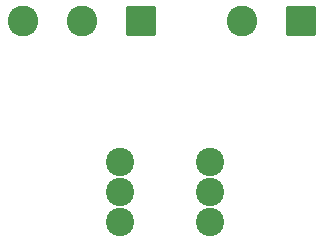
<source format=gbr>
%TF.GenerationSoftware,KiCad,Pcbnew,9.0.0*%
%TF.CreationDate,2025-03-24T14:24:08-05:00*%
%TF.ProjectId,DIIN-proyecto,4449494e-2d70-4726-9f79-6563746f2e6b,rev?*%
%TF.SameCoordinates,Original*%
%TF.FileFunction,Soldermask,Bot*%
%TF.FilePolarity,Negative*%
%FSLAX46Y46*%
G04 Gerber Fmt 4.6, Leading zero omitted, Abs format (unit mm)*
G04 Created by KiCad (PCBNEW 9.0.0) date 2025-03-24 14:24:08*
%MOMM*%
%LPD*%
G01*
G04 APERTURE LIST*
G04 Aperture macros list*
%AMRoundRect*
0 Rectangle with rounded corners*
0 $1 Rounding radius*
0 $2 $3 $4 $5 $6 $7 $8 $9 X,Y pos of 4 corners*
0 Add a 4 corners polygon primitive as box body*
4,1,4,$2,$3,$4,$5,$6,$7,$8,$9,$2,$3,0*
0 Add four circle primitives for the rounded corners*
1,1,$1+$1,$2,$3*
1,1,$1+$1,$4,$5*
1,1,$1+$1,$6,$7*
1,1,$1+$1,$8,$9*
0 Add four rect primitives between the rounded corners*
20,1,$1+$1,$2,$3,$4,$5,0*
20,1,$1+$1,$4,$5,$6,$7,0*
20,1,$1+$1,$6,$7,$8,$9,0*
20,1,$1+$1,$8,$9,$2,$3,0*%
G04 Aperture macros list end*
%ADD10C,2.400000*%
%ADD11RoundRect,0.250000X1.050000X1.050000X-1.050000X1.050000X-1.050000X-1.050000X1.050000X-1.050000X0*%
%ADD12C,2.600000*%
G04 APERTURE END LIST*
D10*
%TO.C,U3*%
X135810000Y-65960000D03*
X135810000Y-68500000D03*
X135810000Y-71040000D03*
X128190000Y-65960000D03*
X128190000Y-68500000D03*
X128190000Y-71040000D03*
%TD*%
D11*
%TO.C,J14*%
X130000000Y-54000000D03*
D12*
X125000000Y-54000000D03*
X120000000Y-54000000D03*
%TD*%
D11*
%TO.C,J7*%
X143500000Y-54000000D03*
D12*
X138500000Y-54000000D03*
%TD*%
M02*

</source>
